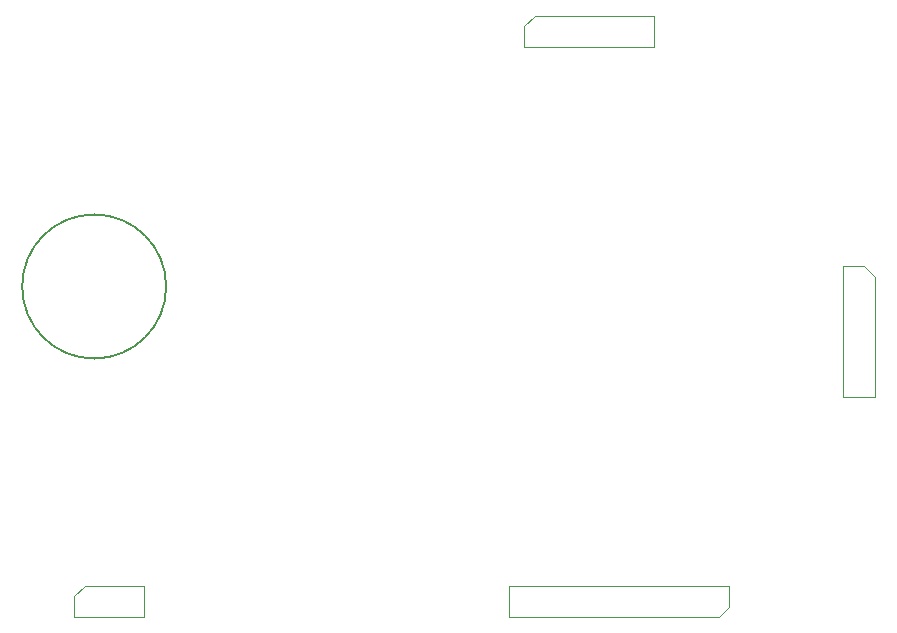
<source format=gbr>
G04 DipTrace 4.2.0.1*
G04 TopAssembly.gbr*
%MOIN*%
G04 #@! TF.FileFunction,Drawing,Top*
G04 #@! TF.Part,Single*
%ADD10C,0.004724*%
%ADD22C,0.005*%
%FSLAX26Y26*%
G04*
G70*
G90*
G75*
G01*
G04 TopAssy*
%LPD*%
X1511549Y746063D2*
D10*
X1710630D1*
Y641339D1*
X1476772D1*
Y711286D1*
X1511549Y746063D1*
X1303543Y1743701D2*
D22*
G02X1303543Y1743701I240157J0D01*
G01*
X3011549Y2646063D2*
D10*
X3410630D1*
Y2541339D1*
X2976772D1*
Y2611286D1*
X3011549Y2646063D1*
X3625855Y641340D2*
X2926773Y641315D1*
X2926769Y746039D1*
X3660628Y746066D1*
X3660630Y676118D1*
X3625855Y641340D1*
X4146063Y1775853D2*
Y1376772D1*
X4041339D1*
Y1810630D1*
X4111286D1*
X4146063Y1775853D1*
M02*

</source>
